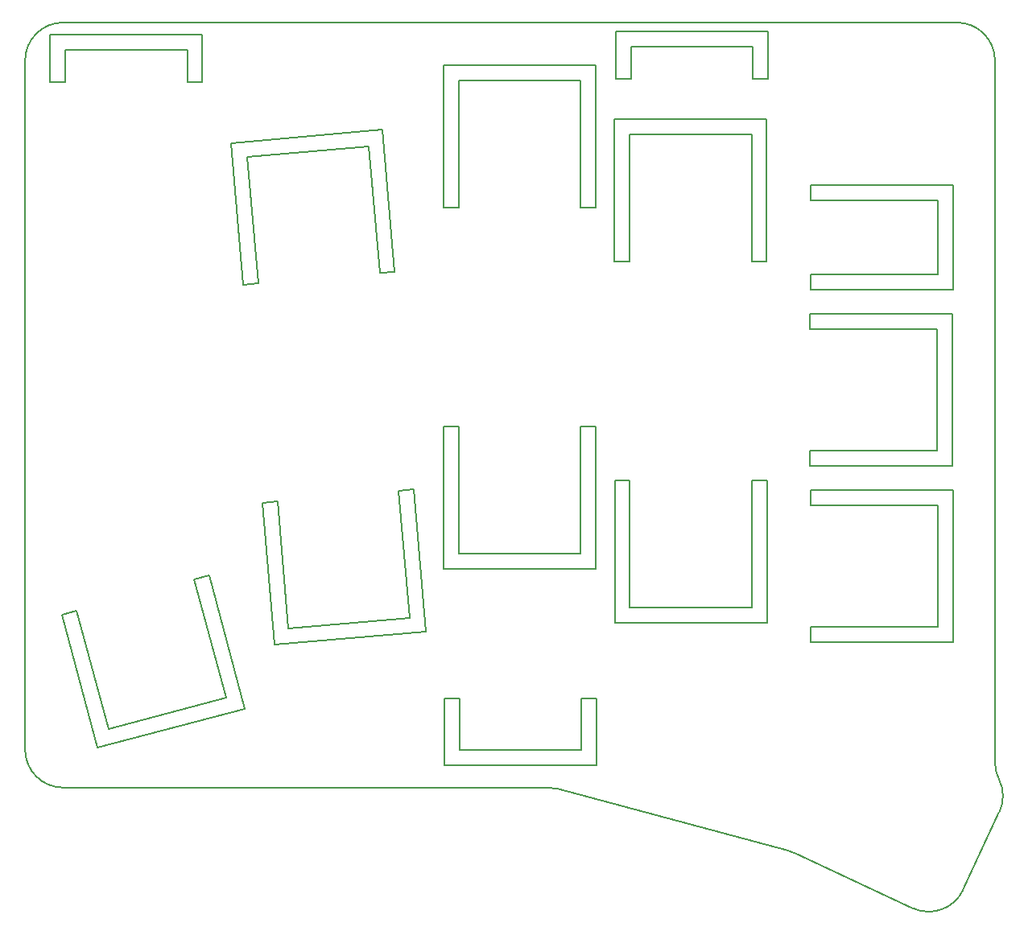
<source format=gbr>
%TF.GenerationSoftware,KiCad,Pcbnew,(5.1.10)-1*%
%TF.CreationDate,2021-07-21T18:09:40+02:00*%
%TF.ProjectId,metasepia_pfefferi_alu_bent_large,6d657461-7365-4706-9961-5f7066656666,VERSION_HERE*%
%TF.SameCoordinates,Original*%
%TF.FileFunction,Profile,NP*%
%FSLAX46Y46*%
G04 Gerber Fmt 4.6, Leading zero omitted, Abs format (unit mm)*
G04 Created by KiCad (PCBNEW (5.1.10)-1) date 2021-07-21 18:09:40*
%MOMM*%
%LPD*%
G01*
G04 APERTURE LIST*
%TA.AperFunction,Profile*%
%ADD10C,0.150000*%
%TD*%
G04 APERTURE END LIST*
D10*
X78506159Y77131580D02*
X78506157Y82131580D01*
X76906158Y77131580D02*
X78506159Y77131580D01*
X76906157Y80531580D02*
X64106158Y80531580D01*
X64106158Y80531580D02*
X64106159Y77131580D01*
X62506158Y77131581D02*
X64106159Y77131580D01*
X62506158Y82131580D02*
X62506158Y77131581D01*
X78506157Y82131580D02*
X62506158Y82131580D01*
X76906158Y77131580D02*
X76906157Y80531580D01*
X63960684Y34885686D02*
X62360683Y34885685D01*
X76760684Y21485684D02*
X76760683Y34885684D01*
X78360685Y19885685D02*
X78360683Y34885685D01*
X78360683Y34885685D02*
X76760683Y34885684D01*
X62360683Y34885685D02*
X62360685Y19885686D01*
X63960684Y21485685D02*
X76760684Y21485684D01*
X63960684Y34885686D02*
X63960684Y21485685D01*
X62360685Y19885686D02*
X78360685Y19885685D01*
X60446190Y4941560D02*
X60446189Y11941559D01*
X46046191Y6541560D02*
X58846190Y6541561D01*
X60446189Y11941559D02*
X58846190Y11941560D01*
X46046190Y11941559D02*
X44446189Y11941560D01*
X44446189Y11941560D02*
X44446189Y4941560D01*
X82946184Y56581585D02*
X82946184Y54981587D01*
X96346185Y56581586D02*
X96346184Y64381586D01*
X82946184Y56581585D02*
X96346185Y56581586D01*
X58846190Y6541561D02*
X58846190Y11941560D01*
X46046190Y11941559D02*
X46046191Y6541560D01*
X96346184Y64381586D02*
X82946184Y64381586D01*
X44446189Y4941560D02*
X60446190Y4941560D01*
X2996158Y81831580D02*
X2996158Y76831579D01*
X18996158Y81831580D02*
X2996158Y81831580D01*
X18996157Y76831580D02*
X18996158Y81831580D01*
X17396159Y76831580D02*
X18996157Y76831580D01*
X2996158Y76831579D02*
X4596158Y76831579D01*
X4596157Y80231580D02*
X4596158Y76831579D01*
X17396159Y80231581D02*
X4596157Y80231580D01*
X17396159Y76831580D02*
X17396159Y80231581D01*
X82946184Y17861587D02*
X97946184Y17861586D01*
X97946184Y17861586D02*
X97946184Y33861586D01*
X97946184Y54981586D02*
X97946183Y65981586D01*
X96346184Y19461587D02*
X96346184Y32261586D01*
X82946183Y33861586D02*
X82946184Y32261587D01*
X82946184Y54981587D02*
X97946184Y54981586D01*
X82946184Y65981587D02*
X82946184Y64381586D01*
X82946185Y19461586D02*
X82946184Y17861587D01*
X97946183Y65981586D02*
X82946184Y65981587D01*
X96346184Y32261586D02*
X82946184Y32261587D01*
X97946184Y33861586D02*
X82946183Y33861586D01*
X82946185Y19461586D02*
X96346184Y19461587D01*
X4350700Y2582343D02*
X55288806Y2582343D01*
X350699Y6582342D02*
X350701Y79082342D01*
X4350699Y83082343D02*
X98350700Y83082342D01*
X102350700Y5249220D02*
X102350700Y79082343D01*
X56324083Y2446046D02*
X80590548Y-4056134D01*
X81245745Y-4294608D02*
X93696180Y-10100339D01*
X99011883Y-8165580D02*
G75*
G02*
X93696180Y-10100339I-3625231J1690472D01*
G01*
X99011882Y-8165581D02*
X102815447Y-8811D01*
X102770458Y3465441D02*
G75*
G02*
X102815447Y-8811I-3580242J-1783778D01*
G01*
X7990002Y6757303D02*
X23444815Y10898408D01*
X23444815Y10898408D02*
X19691940Y24904333D01*
X19691940Y24904333D02*
X18146459Y24490223D01*
X5782607Y21177338D02*
X4237126Y20763227D01*
X4237126Y20763227D02*
X7990002Y6757303D01*
X9121374Y8716895D02*
X21485224Y12029778D01*
X21485224Y12029778D02*
X18146459Y24490223D01*
X5782607Y21177338D02*
X9121374Y8716895D01*
X37920854Y71805385D02*
X21981739Y70410893D01*
X21981739Y70410893D02*
X23289075Y55467972D01*
X23289075Y55467972D02*
X24882988Y55607422D01*
X37634279Y56723016D02*
X39228192Y56862464D01*
X39228192Y56862464D02*
X37920854Y71805385D01*
X36466392Y70072025D02*
X23715099Y68956430D01*
X23715099Y68956430D02*
X24882988Y55607422D01*
X37634279Y56723016D02*
X36466392Y70072025D01*
X60350699Y78582342D02*
X44350700Y78582343D01*
X44350700Y78582343D02*
X44350700Y63582342D01*
X44350700Y63582342D02*
X45950700Y63582342D01*
X58750700Y63582342D02*
X60350700Y63582342D01*
X60350700Y63582342D02*
X60350699Y78582342D01*
X58750701Y76982341D02*
X45950700Y76982342D01*
X45950700Y76982342D02*
X45950700Y63582342D01*
X58750700Y63582342D02*
X58750701Y76982341D01*
X78350700Y72915676D02*
X62350700Y72915677D01*
X62350700Y72915677D02*
X62350700Y57915677D01*
X62350700Y57915677D02*
X63950700Y57915677D01*
X76750701Y57915676D02*
X78350700Y57915677D01*
X78350700Y57915677D02*
X78350700Y72915676D01*
X76750700Y71315676D02*
X63950700Y71315676D01*
X63950700Y71315676D02*
X63950700Y57915677D01*
X76750701Y57915676D02*
X76750700Y71315676D01*
X26600994Y17612574D02*
X42540109Y19007066D01*
X42540109Y19007066D02*
X41232773Y33949986D01*
X41232773Y33949986D02*
X39638860Y33810538D01*
X26887570Y32694944D02*
X25293658Y32555493D01*
X25293658Y32555493D02*
X26600994Y17612574D01*
X28055456Y19345935D02*
X40806748Y20461528D01*
X40806748Y20461528D02*
X39638860Y33810538D01*
X26887570Y32694944D02*
X28055456Y19345935D01*
X44350700Y25582343D02*
X60350700Y25582342D01*
X60350700Y25582342D02*
X60350700Y40582342D01*
X60350700Y40582342D02*
X58750700Y40582341D01*
X45950700Y40582342D02*
X44350700Y40582342D01*
X44350700Y40582342D02*
X44350700Y25582343D01*
X45950700Y27182342D02*
X58750700Y27182341D01*
X58750700Y27182341D02*
X58750700Y40582341D01*
X45950700Y40582342D02*
X45950700Y27182342D01*
X97850699Y36415676D02*
X97850699Y52415677D01*
X97850699Y52415677D02*
X82850700Y52415676D01*
X82850700Y52415676D02*
X82850700Y50815676D01*
X82850699Y38015677D02*
X82850700Y36415676D01*
X82850700Y36415676D02*
X97850699Y36415676D01*
X96250699Y38015676D02*
X96250700Y50815676D01*
X96250700Y50815676D02*
X82850700Y50815676D01*
X82850699Y38015677D02*
X96250699Y38015676D01*
X55288806Y2582343D02*
G75*
G02*
X56324082Y2446046I0J-4000001D01*
G01*
X80590548Y-4056136D02*
G75*
G02*
X81245745Y-4294608I-1035276J-3863702D01*
G01*
X102770459Y3465441D02*
G75*
G02*
X102350700Y5249220I3580241J1783780D01*
G01*
X98350699Y83082342D02*
G75*
G02*
X102350700Y79082343I1J-4000000D01*
G01*
X350698Y79082342D02*
G75*
G02*
X4350699Y83082343I4000001J0D01*
G01*
X4350700Y2582341D02*
G75*
G02*
X350699Y6582342I0J4000001D01*
G01*
M02*

</source>
